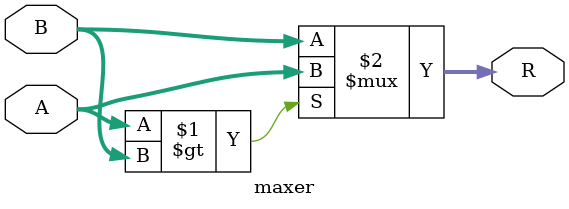
<source format=v>
`timescale 1ns / 1ps


module maxer(
    input wire [31:0] A,
    input wire [31:0] B,
    output wire[31:0] R
    );
    assign R=($unsigned(A)>$unsigned(B))?A:B;
endmodule

</source>
